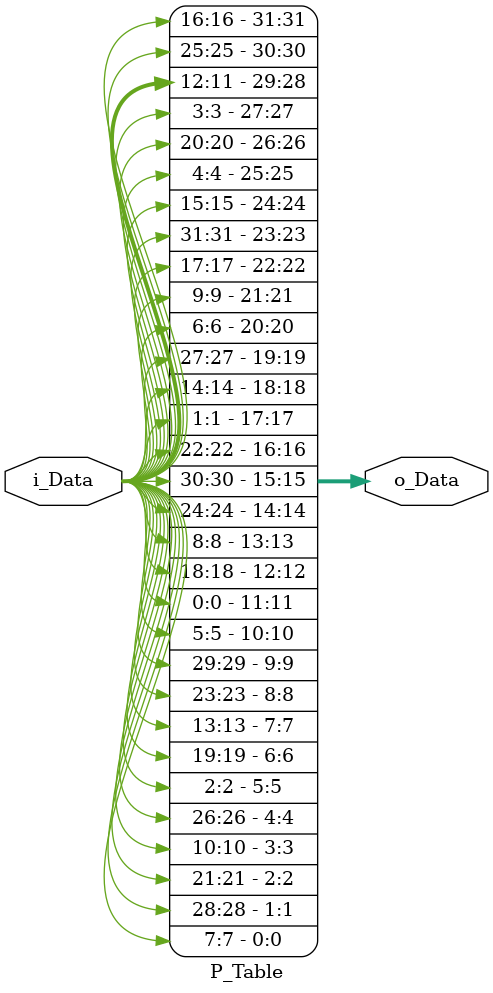
<source format=v>
module	P_Table(i_Data, o_Data);
input			[31:0]	i_Data;
output	wire	[31:0]	o_Data;

assign o_Data = {	i_Data[16], i_Data[25], i_Data[12], i_Data[11], 
					i_Data[ 3], i_Data[20], i_Data[ 4], i_Data[15], 
					i_Data[31], i_Data[17], i_Data[ 9], i_Data[ 6],
					i_Data[27], i_Data[14], i_Data[ 1], i_Data[22], 
					i_Data[30], i_Data[24], i_Data[ 8], i_Data[18], 
					i_Data[ 0], i_Data[ 5], i_Data[29], i_Data[23], 
					i_Data[13], i_Data[19], i_Data[ 2], i_Data[26], 
					i_Data[10], i_Data[21], i_Data[28], i_Data[ 7]};
endmodule



</source>
